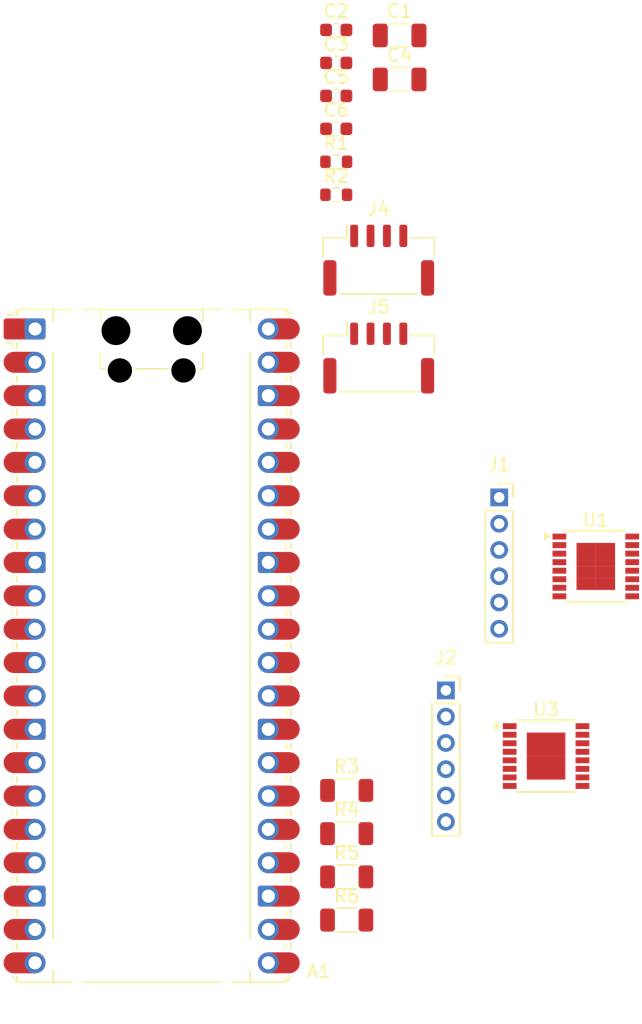
<source format=kicad_pcb>
(kicad_pcb (version 20241229) (generator "pcbnew") (generator_version "9.0")
  (layers (0 "F.Cu" signal) (2 "B.Cu" signal) (13 "F.Paste" user) (15 "B.Paste" user) (5 "F.SilkS" user "F.Silkscreen") (7 "B.SilkS" user "B.Silkscreen") (1 "F.Mask" user) (3 "B.Mask" user) (25 "Edge.Cuts" user))
  (net 0 "")
  (net 3 "Net-(A1-GPIO2)")
  (net 4 "GND")
  (net 8 "Net-(A1-GPIO26_ADC0)")
  (net 10 "Net-(A1-GPIO18)")
  (net 11 "+3.3V")
  (net 13 "Net-(A1-GPIO17)")
  (net 15 "Net-(A1-GPIO1)")
  (net 20 "Net-(A1-GPIO16)")
  (net 25 "Net-(A1-GPIO5)")
  (net 27 "Net-(A1-GPIO27_ADC1)")
  (net 29 "Net-(A1-GPIO3)")
  (net 30 "Net-(A1-GPIO4)")
  (net 31 "Net-(A1-GPIO19)")
  (net 32 "Net-(A1-GPIO0)")
  (net 33 "Net-(A1-GPIO21)")
  (net 34 "Net-(A1-GPIO20)")
  (net 35 "+12V")
  (net 36 "Net-(J1-Pin_3)")
  (net 38 "Net-(J1-Pin_6)")
  (net 39 "Net-(J1-Pin_4)")
  (net 41 "Net-(J1-Pin_1)")
  (net 42 "Net-(J2-Pin_3)")
  (net 43 "Net-(J2-Pin_4)")
  (net 44 "Net-(J2-Pin_1)")
  (net 47 "Net-(J2-Pin_6)")
  (net 48 "Net-(U1-AISEN)")
  (net 49 "Net-(U1-BISEN)")
  (net 50 "Net-(U3-BISEN)")
  (net 51 "Net-(U3-AISEN)")
  (footprint "Connector_PinSocket_2.00mm:PinSocket_1x06_P2.00mm_Vertical" (layer "F.Cu") (at 164.592 86.44)
    (property "Reference" "J1" (at 0 -2.5 0) (layer "F.SilkS"))
    (property "Value" "2MM_01x06_Socket")
    (fp_line (start -1.06 1) (end -1.06 11.06) (stroke (width 0.12)) (layer "F.SilkS"))
    (fp_line (start -1.06 1) (end 1.06 1) (stroke (width 0.12)) (layer "F.SilkS"))
    (fp_line (start -1.06 11.06) (end 1.06 11.06) (stroke (width 0.12)) (layer "F.SilkS"))
    (fp_line (start 0 -1.06) (end 1.06 -1.06) (stroke (width 0.12)) (layer "F.SilkS"))
    (fp_line (start 1.06 -1.06) (end 1.06 0) (stroke (width 0.12)) (layer "F.SilkS"))
    (fp_line (start 1.06 1) (end 1.06 11.06) (stroke (width 0.12)) (layer "F.SilkS"))
    (pad "1" thru_hole rect (at 0 0) (size 1.35 1.35) (drill 0.8) (layers "*.Cu" "*.Mask") (net 41 "Net-(J1-Pin_1)"))
    (pad "2" thru_hole oval (at 0 2) (size 1.35 1.35) (drill 0.8) (layers "*.Cu" "*.Mask"))
    (pad "3" thru_hole oval (at 0 4) (size 1.35 1.35) (drill 0.8) (layers "*.Cu" "*.Mask") (net 36 "Net-(J1-Pin_3)"))
    (pad "4" thru_hole oval (at 0 6) (size 1.35 1.35) (drill 0.8) (layers "*.Cu" "*.Mask") (net 39 "Net-(J1-Pin_4)"))
    (pad "5" thru_hole oval (at 0 8) (size 1.35 1.35) (drill 0.8) (layers "*.Cu" "*.Mask"))
    (pad "6" thru_hole oval (at 0 10) (size 1.35 1.35) (drill 0.8) (layers "*.Cu" "*.Mask") (net 38 "Net-(J1-Pin_6)"))
  )
  (footprint "Resistor_SMD:R_1206_3216Metric" (layer "F.Cu") (at 152.9695 118.618)
    (property "Reference" "R6" (at 0 -1.82 0) (layer "F.SilkS"))
    (property "Value" "0.2")
    (fp_line (start -0.727064 -0.91) (end 0.727064 -0.91) (stroke (width 0.12)) (layer "F.SilkS"))
    (fp_line (start -0.727064 0.91) (end 0.727064 0.91) (stroke (width 0.12)) (layer "F.SilkS"))
    (pad "1" smd roundrect (at -1.4625 0) (size 1.125 1.75) (layers "F.Cu" "F.Mask" "F.Paste") (roundrect_rratio 0.222222) (net 51 "Net-(U3-AISEN)"))
    (pad "2" smd roundrect (at 1.4625 0) (size 1.125 1.75) (layers "F.Cu" "F.Mask" "F.Paste") (roundrect_rratio 0.222222) (net 4 "GND"))
  )
  (footprint "Package_SO:TSSOP-16-1EP_4.4x5mm_P0.65mm" (layer "F.Cu") (at 171.958 91.694)
    (property "Reference" "U1" (at 0 -3.55 0) (layer "F.SilkS"))
    (property "Value" "DRV8848")
    (fp_line (start -2.25 -2.725) (end 2.25 -2.725) (stroke (width 0.15)) (layer "F.SilkS"))
    (fp_line (start -2.25 2.725) (end 2.25 2.725) (stroke (width 0.15)) (layer "F.SilkS"))
    (fp_poly (pts (xy -3.55 -2.275) (xy -3.88 -2.515) (xy -3.88 -2.035) (xy -3.55 -2.275)) (stroke (width 0.12)) (fill yes) (layer "F.SilkS"))
    (pad "1" smd rect (at -2.775 -2.275) (size 1.05 0.45) (layers "F.Cu" "F.Mask" "F.Paste") (net 13 "Net-(A1-GPIO17)"))
    (pad "2" smd rect (at -2.775 -1.625) (size 1.05 0.45) (layers "F.Cu" "F.Mask" "F.Paste") (net 41 "Net-(J1-Pin_1)"))
    (pad "3" smd rect (at -2.775 -0.975) (size 1.05 0.45) (layers "F.Cu" "F.Mask" "F.Paste") (net 48 "Net-(U1-AISEN)"))
    (pad "4" smd rect (at -2.775 -0.325) (size 1.05 0.45) (layers "F.Cu" "F.Mask" "F.Paste") (net 36 "Net-(J1-Pin_3)"))
    (pad "5" smd rect (at -2.775 0.325) (size 1.05 0.45) (layers "F.Cu" "F.Mask" "F.Paste") (net 38 "Net-(J1-Pin_6)"))
    (pad "6" smd rect (at -2.775 0.975) (size 1.05 0.45) (layers "F.Cu" "F.Mask" "F.Paste") (net 49 "Net-(U1-BISEN)"))
    (pad "7" smd rect (at -2.775 1.625) (size 1.05 0.45) (layers "F.Cu" "F.Mask" "F.Paste") (net 39 "Net-(J1-Pin_4)"))
    (pad "8" smd rect (at -2.775 2.275) (size 1.05 0.45) (layers "F.Cu" "F.Mask" "F.Paste") (net 20 "Net-(A1-GPIO16)"))
    (pad "9" smd rect (at 2.775 2.275) (size 1.05 0.45) (layers "F.Cu" "F.Mask" "F.Paste") (net 34 "Net-(A1-GPIO20)"))
    (pad "10" smd rect (at 2.775 1.625) (size 1.05 0.45) (layers "F.Cu" "F.Mask" "F.Paste") (net 33 "Net-(A1-GPIO21)"))
    (pad "11" smd rect (at 2.775 0.975) (size 1.05 0.45) (layers "F.Cu" "F.Mask" "F.Paste") (net 11 "+3.3V"))
    (pad "12" smd rect (at 2.775 0.325) (size 1.05 0.45) (layers "F.Cu" "F.Mask" "F.Paste") (net 35 "+12V"))
    (pad "13" smd rect (at 2.775 -0.325) (size 1.05 0.45) (layers "F.Cu" "F.Mask" "F.Paste") (net 4 "GND"))
    (pad "14" smd rect (at 2.775 -0.975) (size 1.05 0.45) (layers "F.Cu" "F.Mask" "F.Paste") (net 11 "+3.3V"))
    (pad "15" smd rect (at 2.775 -1.625) (size 1.05 0.45) (layers "F.Cu" "F.Mask" "F.Paste") (net 31 "Net-(A1-GPIO19)"))
    (pad "16" smd rect (at 2.775 -2.275) (size 1.05 0.45) (layers "F.Cu" "F.Mask" "F.Paste") (net 10 "Net-(A1-GPIO18)"))
    (pad "17" smd rect (at -0.735 -1.3425) (size 1.47 0.895) (layers "F.Cu" "F.Mask" "F.Paste") (net 4 "GND"))
    (pad "17" smd rect (at -0.735 -0.4475) (size 1.47 0.895) (layers "F.Cu" "F.Mask" "F.Paste") (net 4 "GND"))
    (pad "17" smd rect (at -0.735 0.4475) (size 1.47 0.895) (layers "F.Cu" "F.Mask" "F.Paste") (net 4 "GND"))
    (pad "17" smd rect (at -0.735 1.3425) (size 1.47 0.895) (layers "F.Cu" "F.Mask" "F.Paste") (net 4 "GND"))
    (pad "17" smd rect (at 0.735 -1.3425) (size 1.47 0.895) (layers "F.Cu" "F.Mask" "F.Paste") (net 4 "GND"))
    (pad "17" smd rect (at 0.735 -0.4475) (size 1.47 0.895) (layers "F.Cu" "F.Mask" "F.Paste") (net 4 "GND"))
    (pad "17" smd rect (at 0.735 0.4475) (size 1.47 0.895) (layers "F.Cu" "F.Mask" "F.Paste") (net 4 "GND"))
    (pad "17" smd rect (at 0.735 1.3425) (size 1.47 0.895) (layers "F.Cu" "F.Mask" "F.Paste") (net 4 "GND"))
  )
  (footprint "Capacitor_SMD:C_0603_1608Metric" (layer "F.Cu") (at 152.1695 58.378)
    (property "Reference" "C6" (at 0 -1.43 0) (layer "F.SilkS"))
    (property "Value" "2.2uF")
    (fp_line (start -0.14058 -0.51) (end 0.14058 -0.51) (stroke (width 0.12)) (layer "F.SilkS"))
    (fp_line (start -0.14058 0.51) (end 0.14058 0.51) (stroke (width 0.12)) (layer "F.SilkS"))
    (pad "1" smd roundrect (at -0.775 0) (size 0.9 0.95) (layers "F.Cu" "F.Mask" "F.Paste") (net 11 "+3.3V"))
    (pad "2" smd roundrect (at 0.775 0) (size 0.9 0.95) (layers "F.Cu" "F.Mask" "F.Paste") (net 4 "GND"))
  )
  (footprint "Resistor_SMD:R_1206_3216Metric" (layer "F.Cu") (at 152.9695 115.328)
    (property "Reference" "R5" (at 0 -1.82 0) (layer "F.SilkS"))
    (property "Value" "0.2")
    (fp_line (start -0.727064 -0.91) (end 0.727064 -0.91) (stroke (width 0.12)) (layer "F.SilkS"))
    (fp_line (start -0.727064 0.91) (end 0.727064 0.91) (stroke (width 0.12)) (layer "F.SilkS"))
    (pad "1" smd roundrect (at -1.4625 0) (size 1.125 1.75) (layers "F.Cu" "F.Mask" "F.Paste") (roundrect_rratio 0.222222) (net 50 "Net-(U3-BISEN)"))
    (pad "2" smd roundrect (at 1.4625 0) (size 1.125 1.75) (layers "F.Cu" "F.Mask" "F.Paste") (roundrect_rratio 0.222222) (net 4 "GND"))
  )
  (footprint "Resistor_SMD:R_1206_3216Metric" (layer "F.Cu") (at 152.9695 112.038)
    (property "Reference" "R4" (at 0 -1.82 0) (layer "F.SilkS"))
    (property "Value" "0.2")
    (fp_line (start -0.727064 -0.91) (end 0.727064 -0.91) (stroke (width 0.12)) (layer "F.SilkS"))
    (fp_line (start -0.727064 0.91) (end 0.727064 0.91) (stroke (width 0.12)) (layer "F.SilkS"))
    (pad "1" smd roundrect (at -1.4625 0) (size 1.125 1.75) (layers "F.Cu" "F.Mask" "F.Paste") (roundrect_rratio 0.222222) (net 49 "Net-(U1-BISEN)"))
    (pad "2" smd roundrect (at 1.4625 0) (size 1.125 1.75) (layers "F.Cu" "F.Mask" "F.Paste") (roundrect_rratio 0.222222) (net 4 "GND"))
  )
  (footprint "Module:RaspberryPi_Pico_Common_Unspecified" (layer "F.Cu") (at 138.0995 97.743)
    (property "Reference" "A1" (at 11.7475 24.765 0) (layer "F.SilkS") (effects (justify left)))
    (property "Value" "RaspberryPi_Pico")
    (fp_line (start -10.61 -23.07) (end -11.09 -23.07) (stroke (width 0.12)) (layer "F.SilkS"))
    (fp_line (start -10.61 -23.07) (end -10.61 -22.65) (stroke (width 0.12)) (layer "F.SilkS"))
    (fp_line (start -10.61 -20.53) (end -10.61 -20.11) (stroke (width 0.12)) (layer "F.SilkS"))
    (fp_line (start -10.61 -17.99) (end -10.61 -17.57) (stroke (width 0.12)) (layer "F.SilkS"))
    (fp_line (start -10.61 -15.45) (end -10.61 -15.03) (stroke (width 0.12)) (layer "F.SilkS"))
    (fp_line (start -10.61 -12.91) (end -10.61 -12.49) (stroke (width 0.12)) (layer "F.SilkS"))
    (fp_line (start -10.61 -10.37) (end -10.61 -9.95) (stroke (width 0.12)) (layer "F.SilkS"))
    (fp_line (start -10.61 -7.83) (end -10.61 -7.41) (stroke (width 0.12)) (layer "F.SilkS"))
    (fp_line (start -10.61 -5.29) (end -10.61 -4.87) (stroke (width 0.12)) (layer "F.SilkS"))
    (fp_line (start -10.61 -2.75) (end -10.61 -2.33) (stroke (width 0.12)) (layer "F.SilkS"))
    (fp_line (start -10.61 -0.21) (end -10.61 0.21) (stroke (width 0.12)) (layer "F.SilkS"))
    (fp_line (start -10.61 2.33) (end -10.61 2.75) (stroke (width 0.12)) (layer "F.SilkS"))
    (fp_line (start -10.61 4.87) (end -10.61 5.29) (stroke (width 0.12)) (layer "F.SilkS"))
    (fp_line (start -10.61 7.41) (end -10.61 7.83) (stroke (width 0.12)) (layer "F.SilkS"))
    (fp_line (start -10.61 9.95) (end -10.61 10.37) (stroke (width 0.12)) (layer "F.SilkS"))
    (fp_line (start -10.61 12.49) (end -10.61 12.91) (stroke (width 0.12)) (layer "F.SilkS"))
    (fp_line (start -10.61 15.03) (end -10.61 15.45) (stroke (width 0.12)) (layer "F.SilkS"))
    (fp_line (start -10.61 17.57) (end -10.61 17.99) (stroke (width 0.12)) (layer "F.SilkS"))
    (fp_line (start -10.61 20.11) (end -10.61 20.53) (stroke (width 0.12)) (layer "F.SilkS"))
    (fp_line (start -10.61 22.65) (end -10.61 23.07) (stroke (width 0.12)) (layer "F.SilkS"))
    (fp_line (start -10.579676 -25.19) (end -11.09 -25.19) (stroke (width 0.12)) (layer "F.SilkS"))
    (fp_line (start -10.27 -25.189937) (end -10.27 -25.547) (stroke (width 0.12)) (layer "F.SilkS"))
    (fp_line (start -10.27 -23.07) (end -10.27 -22.65) (stroke (width 0.12)) (layer "F.SilkS"))
    (fp_line (start -10.27 -20.53) (end -10.27 -20.11) (stroke (width 0.12)) (layer "F.SilkS"))
    (fp_line (start -10.27 -17.99) (end -10.27 -17.57) (stroke (width 0.12)) (layer "F.SilkS"))
    (fp_line (start -10.27 -15.45) (end -10.27 -15.03) (stroke (width 0.12)) (layer "F.SilkS"))
    (fp_line (start -10.27 -12.91) (end -10.27 -12.49) (stroke (width 0.12)) (layer "F.SilkS"))
    (fp_line (start -10.27 -10.37) (end -10.27 -9.95) (stroke (width 0.12)) (layer "F.SilkS"))
    (fp_line (start -10.27 -7.83) (end -10.27 -7.41) (stroke (width 0.12)) (layer "F.SilkS"))
    (fp_line (start -10.27 -5.29) (end -10.27 -4.87) (stroke (width 0.12)) (layer "F.SilkS"))
    (fp_line (start -10.27 -2.75) (end -10.27 -2.33) (stroke (width 0.12)) (layer "F.SilkS"))
    (fp_line (start -10.27 -0.21) (end -10.27 0.21) (stroke (width 0.12)) (layer "F.SilkS"))
    (fp_line (start -10.27 2.33) (end -10.27 2.75) (stroke (width 0.12)) (layer "F.SilkS"))
    (fp_line (start -10.27 4.87) (end -10.27 5.29) (stroke (width 0.12)) (layer "F.SilkS"))
    (fp_line (start -10.27 7.41) (end -10.27 7.83) (stroke (width 0.12)) (layer "F.SilkS"))
    (fp_line (start -10.27 9.95) (end -10.27 10.37) (stroke (width 0.12)) (layer "F.SilkS"))
    (fp_line (start -10.27 12.49) (end -10.27 12.91) (stroke (width 0.12)) (layer "F.SilkS"))
    (fp_line (start -10.27 15.03) (end -10.27 15.45) (stroke (width 0.12)) (layer "F.SilkS"))
    (fp_line (start -10.27 17.57) (end -10.27 17.99) (stroke (width 0.12)) (layer "F.SilkS"))
    (fp_line (start -10.27 20.11) (end -10.27 20.53) (stroke (width 0.12)) (layer "F.SilkS"))
    (fp_line (start -10.27 22.65) (end -10.27 23.07) (stroke (width 0.12)) (layer "F.SilkS"))
    (fp_line (start -10.27 25.189937) (end -10.27 25.547) (stroke (width 0.12)) (layer "F.SilkS"))
    (fp_line (start -10 -25.61) (end -7.51 -25.61) (stroke (width 0.12)) (layer "F.SilkS"))
    (fp_line (start -10 25.61) (end -6.162061 25.61) (stroke (width 0.12)) (layer "F.SilkS"))
    (fp_line (start -7.51 -25.61) (end -7.51 -24.69648) (stroke (width 0.12)) (layer "F.SilkS"))
    (fp_line (start -7.51 -25.61) (end -6.16206 -25.61) (stroke (width 0.12)) (layer "F.SilkS"))
    (fp_line (start -7.51 -22.30352) (end -7.51 22.30352) (stroke (width 0.12)) (layer "F.SilkS"))
    (fp_line (start -7.51 24.69648) (end -7.51 25.61) (stroke (width 0.12)) (layer "F.SilkS"))
    (fp_line (start -5.237939 -25.61) (end -4.235 -25.61) (stroke (width 0.12)) (layer "F.SilkS"))
    (fp_line (start -4.235 -25.61) (end 4.235 -25.61) (stroke (width 0.12)) (layer "F.SilkS"))
    (fp_line (start -3.9 -25.61) (end -3.9 -24.694) (stroke (width 0.12)) (layer "F.SilkS"))
    (fp_line (start -3.9 -22.306) (end -3.9 -21.09) (stroke (width 0.12)) (layer "F.SilkS"))
    (fp_line (start -3.9 -21.09) (end -3.60391 -21.09) (stroke (width 0.12)) (layer "F.SilkS"))
    (fp_line (start -3.6 25.61) (end -5.237939 25.61) (stroke (width 0.12)) (layer "F.SilkS"))
    (fp_line (start -1.24609 -21.09) (end 1.24609 -21.09) (stroke (width 0.12)) (layer "F.SilkS"))
    (fp_line (start 3.6 25.61) (end -3.6 25.61) (stroke (width 0.12)) (layer "F.SilkS"))
    (fp_line (start 3.60391 -21.09) (end 3.9 -21.09) (stroke (width 0.12)) (layer "F.SilkS"))
    (fp_line (start 3.9 -25.61) (end 3.9 -24.694) (stroke (width 0.12)) (layer "F.SilkS"))
    (fp_line (start 3.9 -22.306) (end 3.9 -21.09) (stroke (width 0.12)) (layer "F.SilkS"))
    (fp_line (start 4.235 -25.61) (end 5.237939 -25.61) (stroke (width 0.12)) (layer "F.SilkS"))
    (fp_line (start 5.237939 25.61) (end 3.6 25.61) (stroke (width 0.12)) (layer "F.SilkS"))
    (fp_line (start 6.162061 -25.61) (end 7.51 -25.61) (stroke (width 0.12)) (layer "F.SilkS"))
    (fp_line (start 6.162061 25.61) (end 10 25.61) (stroke (width 0.12)) (layer "F.SilkS"))
    (fp_line (start 7.51 -25.61) (end 7.51 -24.69648) (stroke (width 0.12)) (layer "F.SilkS"))
    (fp_line (start 7.51 -22.30352) (end 7.51 22.30352) (stroke (width 0.12)) (layer "F.SilkS"))
    (fp_line (start 7.51 24.69648) (end 7.51 25.61) (stroke (width 0.12)) (layer "F.SilkS"))
    (fp_line (start 10 -25.61) (end 7.51 -25.61) (stroke (width 0.12)) (layer "F.SilkS"))
    (fp_line (start 10.27 -25.189937) (end 10.27 -25.547) (stroke (width 0.12)) (layer "F.SilkS"))
    (fp_line (start 10.27 -23.07) (end 10.27 -22.65) (stroke (width 0.12)) (layer "F.SilkS"))
    (fp_line (start 10.27 -20.53) (end 10.27 -20.11) (stroke (width 0.12)) (layer "F.SilkS"))
    (fp_line (start 10.27 -17.99) (end 10.27 -17.57) (stroke (width 0.12)) (layer "F.SilkS"))
    (fp_line (start 10.27 -15.45) (end 10.27 -15.03) (stroke (width 0.12)) (layer "F.SilkS"))
    (fp_line (start 10.27 -12.91) (end 10.27 -12.49) (stroke (width 0.12)) (layer "F.SilkS"))
    (fp_line (start 10.27 -10.37) (end 10.27 -9.95) (stroke (width 0.12)) (layer "F.SilkS"))
    (fp_line (start 10.27 -7.83) (end 10.27 -7.41) (stroke (width 0.12)) (layer "F.SilkS"))
    (fp_line (start 10.27 -5.29) (end 10.27 -4.87) (stroke (width 0.12)) (layer "F.SilkS"))
    (fp_line (start 10.27 -2.75) (end 10.27 -2.33) (stroke (width 0.12)) (layer "F.SilkS"))
    (fp_line (start 10.27 -0.21) (end 10.27 0.21) (stroke (width 0.12)) (layer "F.SilkS"))
    (fp_line (start 10.27 2.33) (end 10.27 2.75) (stroke (width 0.12)) (layer "F.SilkS"))
    (fp_line (start 10.27 4.87) (end 10.27 5.29) (stroke (width 0.12)) (layer "F.SilkS"))
    (fp_line (start 10.27 7.41) (end 10.27 7.83) (stroke (width 0.12)) (layer "F.SilkS"))
    (fp_line (start 10.27 9.95) (end 10.27 10.37) (stroke (width 0.12)) (layer "F.SilkS"))
    (fp_line (start 10.27 12.49) (end 10.27 12.91) (stroke (width 0.12)) (layer "F.SilkS"))
    (fp_line (start 10.27 15.03) (end 10.27 15.45) (stroke (width 0.12)) (layer "F.SilkS"))
    (fp_line (start 10.27 17.57) (end 10.27 17.99) (stroke (width 0.12)) (layer "F.SilkS"))
    (fp_line (start 10.27 20.11) (end 10.27 20.53) (stroke (width 0.12)) (layer "F.SilkS"))
    (fp_line (start 10.27 22.65) (end 10.27 23.07) (stroke (width 0.12)) (layer "F.SilkS"))
    (fp_line (start 10.27 25.189937) (end 10.27 25.547) (stroke (width 0.12)) (layer "F.SilkS"))
    (fp_line (start 10.61 -23.07) (end 10.61 -22.65) (stroke (width 0.12)) (layer "F.SilkS"))
    (fp_line (start 10.61 -20.53) (end 10.61 -20.11) (stroke (width 0.12)) (layer "F.SilkS"))
    (fp_line (start 10.61 -17.99) (end 10.61 -17.57) (stroke (width 0.12)) (layer "F.SilkS"))
    (fp_line (start 10.61 -15.45) (end 10.61 -15.03) (stroke (width 0.12)) (layer "F.SilkS"))
    (fp_line (start 10.61 -12.91) (end 10.61 -12.49) (stroke (width 0.12)) (layer "F.SilkS"))
    (fp_line (start 10.61 -10.37) (end 10.61 -9.95) (stroke (width 0.12)) (layer "F.SilkS"))
    (fp_line (start 10.61 -7.83) (end 10.61 -7.41) (stroke (width 0.12)) (layer "F.SilkS"))
    (fp_line (start 10.61 -5.29) (end 10.61 -4.87) (stroke (width 0.12)) (layer "F.SilkS"))
    (fp_line (start 10.61 -2.75) (end 10.61 -2.33) (stroke (width 0.12)) (layer "F.SilkS"))
    (fp_line (start 10.61 -0.21) (end 10.61 0.21) (stroke (width 0.12)) (layer "F.SilkS"))
    (fp_line (start 10.61 2.33) (end 10.61 2.75) (stroke (width 0.12)) (layer "F.SilkS"))
    (fp_line (start 10.61 4.87) (end 10.61 5.29) (stroke (width 0.12)) (layer "F.SilkS"))
    (fp_line (start 10.61 7.41) (end 10.61 7.83) (stroke (width 0.12)) (layer "F.SilkS"))
    (fp_line (start 10.61 9.95) (end 10.61 10.37) (stroke (width 0.12)) (layer "F.SilkS"))
    (fp_line (start 10.61 12.49) (end 10.61 12.91) (stroke (width 0.12)) (layer "F.SilkS"))
    (fp_line (start 10.61 15.03) (end 10.61 15.45) (stroke (width 0.12)) (layer "F.SilkS"))
    (fp_line (start 10.61 17.57) (end 10.61 17.99) (stroke (width 0.12)) (layer "F.SilkS"))
    (fp_line (start 10.61 20.11) (end 10.61 20.53) (stroke (width 0.12)) (layer "F.SilkS"))
    (fp_line (start 10.61 22.65) (end 10.61 23.07) (stroke (width 0.12)) (layer "F.SilkS"))
    (fp_arc (start -10.579676 -25.19) (mid -10.357938 -25.493944) (end -10 -25.61) (stroke (width 0.12)) (layer "F.SilkS"))
    (fp_arc (start -10 25.61) (mid -10.357937 25.493944) (end -10.579676 25.189937) (stroke (width 0.12)) (layer "F.SilkS"))
    (fp_arc (start 10 -25.61) (mid 10.357937 -25.493944) (end 10.579676 -25.189937) (stroke (width 0.12)) (layer "F.SilkS"))
    (fp_arc (start 10.579676 25.189937) (mid 10.357946 25.493957) (end 10 25.61) (stroke (width 0.12)) (layer "F.SilkS"))
    (pad "" np_thru_hole circle (at -2.725 -24) (size 2.2 2.2) (drill 2.2) (layers "*.Mask"))
    (pad "" np_thru_hole circle (at -2.425 -20.97) (size 1.85 1.85) (drill 1.85) (layers "*.Mask"))
    (pad "" np_thru_hole circle (at 2.425 -20.97) (size 1.85 1.85) (drill 1.85) (layers "*.Mask"))
    (pad "" np_thru_hole circle (at 2.725 -24) (size 2.2 2.2) (drill 2.2) (layers "*.Mask"))
    (pad "1" smd custom (at -9.69 -24.13) (size 1.6 0.8) (layers "F.Cu" "F.Mask") (net 32 "Net-(A1-GPIO0)") (options (clearance outline) (anchor rect)) (primitives (gr_circle (center 0.8 0) (end 1.6 0) (width 0) (fill yes)) (gr_poly (pts (xy -1.6 -0.6) (xy -1.6 0.6) (xy -1.4 0.8) (xy 0.8 0.8) (xy 0.8 -0.8) (xy -1.4 -0.8)) (width 0) (fill yes)) (gr_circle (center -1.4 -0.6) (end -1.2 -0.6) (width 0) (fill yes)) (gr_circle (center -1.4 0.6) (end -1.2 0.6) (width 0) (fill yes))))
    (pad "1" thru_hole roundrect (at -8.89 -24.13) (size 1.6 1.6) (drill 1) (layers "*.Cu" "*.Mask") (roundrect_rratio 0.125) (net 32 "Net-(A1-GPIO0)"))
    (pad "2" smd roundrect (at -9.69 -21.59) (size 3.2 1.6) (layers "F.Cu" "F.Mask") (roundrect_rratio 0.5) (net 15 "Net-(A1-GPIO1)"))
    (pad "2" thru_hole circle (at -8.89 -21.59) (size 1.6 1.6) (drill 1) (layers "*.Cu" "*.Mask") (net 15 "Net-(A1-GPIO1)"))
    (pad "3" smd custom (at -9.69 -19.05) (size 1.6 0.8) (layers "F.Cu" "F.Mask") (net 4 "GND") (options (clearance outline) (anchor rect)) (primitives (gr_circle (center -0.8 0) (end 0 0) (width 0) (fill yes)) (gr_poly (pts (xy 1.6 -0.6) (xy 1.6 0.6) (xy 1.4 0.8) (xy -0.8 0.8) (xy -0.8 -0.8) (xy 1.4 -0.8)) (width 0) (fill yes)) (gr_circle (center 1.4 -0.6) (end 1.6 -0.6) (width 0) (fill yes)) (gr_circle (center 1.4 0.6) (end 1.6 0.6) (width 0) (fill yes))))
    (pad "3" thru_hole custom (at -8.89 -19.05) (size 1.6 1.6) (drill 1) (layers "*.Cu" "*.Mask") (net 4 "GND") (options (clearance outline) (anchor circle)) (primitives (gr_poly (pts (xy 0.8 0.6) (xy 0.8 -0.6) (xy 0.6 -0.8) (xy 0 -0.8) (xy 0 0.8) (xy 0.6 0.8)) (width 0) (fill yes)) (gr_circle (center 0.6 0.6) (end 0.8 0.6) (width 0) (fill yes)) (gr_circle (center 0.6 -0.6) (end 0.8 -0.6) (width 0) (fill yes))))
    (pad "4" smd roundrect (at -9.69 -16.51) (size 3.2 1.6) (layers "F.Cu" "F.Mask") (roundrect_rratio 0.5) (net 3 "Net-(A1-GPIO2)"))
    (pad "4" thru_hole circle (at -8.89 -16.51) (size 1.6 1.6) (drill 1) (layers "*.Cu" "*.Mask") (net 3 "Net-(A1-GPIO2)"))
    (pad "5" smd roundrect (at -9.69 -13.97) (size 3.2 1.6) (layers "F.Cu" "F.Mask") (roundrect_rratio 0.5) (net 29 "Net-(A1-GPIO3)"))
    (pad "5" thru_hole circle (at -8.89 -13.97) (size 1.6 1.6) (drill 1) (layers "*.Cu" "*.Mask") (net 29 "Net-(A1-GPIO3)"))
    (pad "6" smd roundrect (at -9.69 -11.43) (size 3.2 1.6) (layers "F.Cu" "F.Mask") (roundrect_rratio 0.5) (net 30 "Net-(A1-GPIO4)"))
    (pad "6" thru_hole circle (at -8.89 -11.43) (size 1.6 1.6) (drill 1) (layers "*.Cu" "*.Mask") (net 30 "Net-(A1-GPIO4)"))
    (pad "7" smd roundrect (at -9.69 -8.89) (size 3.2 1.6) (layers "F.Cu" "F.Mask") (roundrect_rratio 0.5) (net 25 "Net-(A1-GPIO5)"))
    (pad "7" thru_hole circle (at -8.89 -8.89) (size 1.6 1.6) (drill 1) (layers "*.Cu" "*.Mask") (net 25 "Net-(A1-GPIO5)"))
    (pad "8" smd custom (at -9.69 -6.35) (size 1.6 0.8) (layers "F.Cu" "F.Mask") (net 4 "GND") (options (clearance outline) (anchor rect)) (primitives (gr_circle (center -0.8 0) (end 0 0) (width 0) (fill yes)) (gr_poly (pts (xy 1.6 -0.6) (xy 1.6 0.6) (xy 1.4 0.8) (xy -0.8 0.8) (xy -0.8 -0.8) (xy 1.4 -0.8)) (width 0) (fill yes)) (gr_circle (center 1.4 -0.6) (end 1.6 -0.6) (width 0) (fill yes)) (gr_circle (center 1.4 0.6) (end 1.6 0.6) (width 0) (fill yes))))
    (pad "8" thru_hole custom (at -8.89 -6.35) (size 1.6 1.6) (drill 1) (layers "*.Cu" "*.Mask") (net 4 "GND") (options (clearance outline) (anchor circle)) (primitives (gr_poly (pts (xy 0.8 0.6) (xy 0.8 -0.6) (xy 0.6 -0.8) (xy 0 -0.8) (xy 0 0.8) (xy 0.6 0.8)) (width 0) (fill yes)) (gr_circle (center 0.6 0.6) (end 0.8 0.6) (width 0) (fill yes)) (gr_circle (center 0.6 -0.6) (end 0.8 -0.6) (width 0) (fill yes))))
    (pad "9" smd roundrect (at -9.69 -3.81) (size 3.2 1.6) (layers "F.Cu" "F.Mask") (roundrect_rratio 0.5))
    (pad "9" thru_hole circle (at -8.89 -3.81) (size 1.6 1.6) (drill 1) (layers "*.Cu" "*.Mask"))
    (pad "10" smd roundrect (at -9.69 -1.27) (size 3.2 1.6) (layers "F.Cu" "F.Mask") (roundrect_rratio 0.5))
    (pad "10" thru_hole circle (at -8.89 -1.27) (size 1.6 1.6) (drill 1) (layers "*.Cu" "*.Mask"))
    (pad "11" smd roundrect (at -9.69 1.27) (size 3.2 1.6) (layers "F.Cu" "F.Mask") (roundrect_rratio 0.5))
    (pad "11" thru_hole circle (at -8.89 1.27) (size 1.6 1.6) (drill 1) (layers "*.Cu" "*.Mask"))
    (pad "12" smd roundrect (at -9.69 3.81) (size 3.2 1.6) (layers "F.Cu" "F.Mask") (roundrect_rratio 0.5))
    (pad "12" thru_hole circle (at -8.89 3.81) (size 1.6 1.6) (drill 1) (layers "*.Cu" "*.Mask"))
    (pad "13" smd custom (at -9.69 6.35) (size 1.6 0.8) (layers "F.Cu" "F.Mask") (net 4 "GND") (options (clearance outline) (anchor rect)) (primitives (gr_circle (center -0.8 0) (end 0 0) (width 0) (fill yes)) (gr_poly (pts (xy 1.6 -0.6) (xy 1.6 0.6) (xy 1.4 0.8) (xy -0.8 0.8) (xy -0.8 -0.8) (xy 1.4 -0.8)) (width 0) (fill yes)) (gr_circle (center 1.4 -0.6) (end 1.6 -0.6) (width 0) (fill yes)) (gr_circle (center 1.4 0.6) (end 1.6 0.6) (width 0) (fill yes))))
    (pad "13" thru_hole custom (at -8.89 6.35) (size 1.6 1.6) (drill 1) (layers "*.Cu" "*.Mask") (net 4 "GND") (options (clearance outline) (anchor circle)) (primitives (gr_poly (pts (xy 0.8 0.6) (xy 0.8 -0.6) (xy 0.6 -0.8) (xy 0 -0.8) (xy 0 0.8) (xy 0.6 0.8)) (width 0) (fill yes)) (gr_circle (center 0.6 0.6) (end 0.8 0.6) (width 0) (fill yes)) (gr_circle (center 0.6 -0.6) (end 0.8 -0.6) (width 0) (fill yes))))
    (pad "14" smd roundrect (at -9.69 8.89) (size 3.2 1.6) (layers "F.Cu" "F.Mask") (roundrect_rratio 0.5))
    (pad "14" thru_hole circle (at -8.89 8.89) (size 1.6 1.6) (drill 1) (layers "*.Cu" "*.Mask"))
    (pad "15" smd roundrect (at -9.69 11.43) (size 3.2 1.6) (layers "F.Cu" "F.Mask") (roundrect_rratio 0.5))
    (pad "15" thru_hole circle (at -8.89 11.43) (size 1.6 1.6) (drill 1) (layers "*.Cu" "*.Mask"))
    (pad "16" smd roundrect (at -9.69 13.97) (size 3.2 1.6) (layers "F.Cu" "F.Mask") (roundrect_rratio 0.5))
    (pad "16" thru_hole circle (at -8.89 13.97) (size 1.6 1.6) (drill 1) (layers "*.Cu" "*.Mask"))
    (pad "17" smd roundrect (at -9.69 16.51) (size 3.2 1.6) (layers "F.Cu" "F.Mask") (roundrect_rratio 0.5))
    (pad "17" thru_hole circle (at -8.89 16.51) (size 1.6 1.6) (drill 1) (layers "*.Cu" "*.Mask"))
    (pad "18" smd custom (at -9.69 19.05) (size 1.6 0.8) (layers "F.Cu" "F.Mask") (net 4 "GND") (options (clearance outline) (anchor rect)) (primitives (gr_circle (center -0.8 0) (end 0 0) (width 0) (fill yes)) (gr_poly (pts (xy 1.6 -0.6) (xy 1.6 0.6) (xy 1.4 0.8) (xy -0.8 0.8) (xy -0.8 -0.8) (xy 1.4 -0.8)) (width 0) (fill yes)) (gr_circle (center 1.4 -0.6) (end 1.6 -0.6) (width 0) (fill yes)) (gr_circle (center 1.4 0.6) (end 1.6 0.6) (width 0) (fill yes))))
    (pad "18" thru_hole custom (at -8.89 19.05) (size 1.6 1.6) (drill 1) (layers "*.Cu" "*.Mask") (net 4 "GND") (options (clearance outline) (anchor circle)) (primitives (gr_poly (pts (xy 0.8 0.6) (xy 0.8 -0.6) (xy 0.6 -0.8) (xy 0 -0.8) (xy 0 0.8) (xy 0.6 0.8)) (width 0) (fill yes)) (gr_circle (center 0.6 0.6) (end 0.8 0.6) (width 0) (fill yes)) (gr_circle (center 0.6 -0.6) (end 0.8 -0.6) (width 0) (fill yes))))
    (pad "19" smd roundrect (at -9.69 21.59) (size 3.2 1.6) (layers "F.Cu" "F.Mask") (roundrect_rratio 0.5))
    (pad "19" thru_hole circle (at -8.89 21.59) (size 1.6 1.6) (drill 1) (layers "*.Cu" "*.Mask"))
    (pad "20" smd roundrect (at -9.69 24.13) (size 3.2 1.6) (layers "F.Cu" "F.Mask") (roundrect_rratio 0.5))
    (pad "20" thru_hole circle (at -8.89 24.13) (size 1.6 1.6) (drill 1) (layers "*.Cu" "*.Mask"))
    (pad "21" thru_hole circle (at 8.89 24.13) (size 1.6 1.6) (drill 1) (layers "*.Cu" "*.Mask") (net 20 "Net-(A1-GPIO16)"))
    (pad "21" smd roundrect (at 9.69 24.13) (size 3.2 1.6) (layers "F.Cu" "F.Mask") (roundrect_rratio 0.5) (net 20 "Net-(A1-GPIO16)"))
    (pad "22" thru_hole circle (at 8.89 21.59) (size 1.6 1.6) (drill 1) (layers "*.Cu" "*.Mask") (net 13 "Net-(A1-GPIO17)"))
    (pad "22" smd roundrect (at 9.69 21.59) (size 3.2 1.6) (layers "F.Cu" "F.Mask") (roundrect_rratio 0.5) (net 13 "Net-(A1-GPIO17)"))
    (pad "23" thru_hole custom (at 8.89 19.05) (size 1.6 1.6) (drill 1) (layers "*.Cu" "*.Mask") (net 4 "GND") (options (clearance outline) (anchor circle)) (primitives (gr_poly (pts (xy -0.8 0.6) (xy -0.8 -0.6) (xy -0.6 -0.8) (xy 0 -0.8) (xy 0 0.8) (xy -0.6 0.8)) (width 0) (fill yes)) (gr_circle (center -0.6 0.6) (end -0.4 0.6) (width 0) (fill yes)) (gr_circle (center -0.6 -0.6) (end -0.4 -0.6) (width 0) (fill yes))))
    (pad "23" smd custom (at 9.69 19.05) (size 1.6 0.8) (layers "F.Cu" "F.Mask") (net 4 "GND") (options (clearance outline) (anchor rect)) (primitives (gr_circle (center 0.8 0) (end 1.6 0) (width 0) (fill yes)) (gr_poly (pts (xy -1.6 -0.6) (xy -1.6 0.6) (xy -1.4 0.8) (xy 0.8 0.8) (xy 0.8 -0.8) (xy -1.4 -0.8)) (width 0) (fill yes)) (gr_circle (center -1.4 -0.6) (end -1.2 -0.6) (width 0) (fill yes)) (gr_circle (center -1.4 0.6) (end -1.2 0.6) (width 0) (fill yes))))
    (pad "24" thru_hole circle (at 8.89 16.51) (size 1.6 1.6) (drill 1) (layers "*.Cu" "*.Mask") (net 10 "Net-(A1-GPIO18)"))
    (pad "24" smd roundrect (at 9.69 16.51) (size 3.2 1.6) (layers "F.Cu" "F.Mask") (roundrect_rratio 0.5) (net 10 "Net-(A1-GPIO18)"))
    (pad "25" thru_hole circle (at 8.89 13.97) (size 1.6 1.6) (drill 1) (layers "*.Cu" "*.Mask") (net 31 "Net-(A1-GPIO19)"))
    (pad "25" smd roundrect (at 9.69 13.97) (size 3.2 1.6) (layers "F.Cu" "F.Mask") (roundrect_rratio 0.5) (net 31 "Net-(A1-GPIO19)"))
    (pad "26" thru_hole circle (at 8.89 11.43) (size 1.6 1.6) (drill 1) (layers "*.Cu" "*.Mask") (net 34 "Net-(A1-GPIO20)"))
    (pad "26" smd roundrect (at 9.69 11.43) (size 3.2 1.6) (layers "F.Cu" "F.Mask") (roundrect_rratio 0.5) (net 34 "Net-(A1-GPIO20)"))
    (pad "27" thru_hole circle (at 8.89 8.89) (size 1.6 1.6) (drill 1) (layers "*.Cu" "*.Mask") (net 33 "Net-(A1-GPIO21)"))
    (pad "27" smd roundrect (at 9.69 8.89) (size 3.2 1.6) (layers "F.Cu" "F.Mask") (roundrect_rratio 0.5) (net 33 "Net-(A1-GPIO21)"))
    (pad "28" thru_hole custom (at 8.89 6.35) (size 1.6 1.6) (drill 1) (layers "*.Cu" "*.Mask") (net 4 "GND") (options (clearance outline) (anchor circle)) (primitives (gr_poly (pts (xy -0.8 0.6) (xy -0.8 -0.6) (xy -0.6 -0.8) (xy 0 -0.8) (xy 0 0.8) (xy -0.6 0.8)) (width 0) (fill yes)) (gr_circle (center -0.6 0.6) (end -0.4 0.6) (width 0) (fill yes)) (gr_circle (center -0.6 -0.6) (end -0.4 -0.6) (width 0) (fill yes))))
    (pad "28" smd custom (at 9.69 6.35) (size 1.6 0.8) (layers "F.Cu" "F.Mask") (net 4 "GND") (options (clearance outline) (anchor rect)) (primitives (gr_circle (center 0.8 0) (end 1.6 0) (width 0) (fill yes)) (gr_poly (pts (xy -1.6 -0.6) (xy -1.6 0.6) (xy -1.4 0.8) (xy 0.8 0.8) (xy 0.8 -0.8) (xy -1.4 -0.8)) (width 0) (fill yes)) (gr_circle (center -1.4 -0.6) (end -1.2 -0.6) (width 0) (fill yes)) (gr_circle (center -1.4 0.6) (end -1.2 0.6) (width 0) (fill yes))))
    (pad "29" thru_hole circle (at 8.89 3.81) (size 1.6 1.6) (drill 1) (layers "*.Cu" "*.Mask"))
    (pad "29" smd roundrect (at 9.69 3.81) (size 3.2 1.6) (layers "F.Cu" "F.Mask") (roundrect_rratio 0.5))
    (pad "30" thru_hole circle (at 8.89 1.27) (size 1.6 1.6) (drill 1) (layers "*.Cu" "*.Mask"))
    (pad "30" smd roundrect (at 9.69 1.27) (size 3.2 1.6) (layers "F.Cu" "F.Mask") (roundrect_rratio 0.5))
    (pad "31" thru_hole circle (at 8.89 -1.27) (size 1.6 1.6) (drill 1) (layers "*.Cu" "*.Mask") (net 8 "Net-(A1-GPIO26_ADC0)"))
    (pad "31" smd roundrect (at 9.69 -1.27) (size 3.2 1.6) (layers "F.Cu" "F.Mask") (roundrect_rratio 0.5) (net 8 "Net-(A1-GPIO26_ADC0)"))
    (pad "32" thru_hole circle (at 8.89 -3.81) (size 1.6 1.6) (drill 1) (layers "*.Cu" "*.Mask") (net 27 "Net-(A1-GPIO27_ADC1)"))
    (pad "32" smd roundrect (at 9.69 -3.81) (size 3.2 1.6) (layers "F.Cu" "F.Mask") (roundrect_rratio 0.5) (net 27 "Net-(A1-GPIO27_ADC1)"))
    (pad "33" thru_hole custom (at 8.89 -6.35) (size 1.6 1.6) (drill 1) (layers "*.Cu" "*.Mask") (options (clearance outline) (anchor circle)) (primitives (gr_poly (pts (xy -0.8 0.6) (xy -0.8 -0.6) (xy -0.6 -0.8) (xy 0 -0.8) (xy 0 0.8) (xy -0.6 0.8)) (width 0) (fill yes)) (gr_circle (center -0.6 0.6) (end -0.4 0.6) (width 0) (fill yes)) (gr_circle (center -0.6 -0.6) (end -0.4 -0.6) (width 0) (fill yes))))
    (pad "33" smd custom (at 9.69 -6.35) (size 1.6 0.8) (layers "F.Cu" "F.Mask") (options (clearance outline) (anchor rect)) (primitives (gr_circle (center 0.8 0) (end 1.6 0) (width 0) (fill yes)) (gr_poly (pts (xy -1.6 -0.6) (xy -1.6 0.6) (xy -1.4 0.8) (xy 0.8 0.8) (xy 0.8 -0.8) (xy -1.4 -0.8)) (width 0) (fill yes)) (gr_circle (center -1.4 -0.6) (end -1.2 -0.6) (width 0) (fill yes)) (gr_circle (center -1.4 0.6) (end -1.2 0.6) (width 0) (fill yes))))
    (pad "34" thru_hole circle (at 8.89 -8.89) (size 1.6 1.6) (drill 1) (layers "*.Cu" "*.Mask"))
    (pad "34" smd roundrect (at 9.69 -8.89) (size 3.2 1.6) (layers "F.Cu" "F.Mask") (roundrect_rratio 0.5))
    (pad "35" thru_hole circle (at 8.89 -11.43) (size 1.6 1.6) (drill 1) (layers "*.Cu" "*.Mask"))
    (pad "35" smd roundrect (at 9.69 -11.43) (size 3.2 1.6) (layers "F.Cu" "F.Mask") (roundrect_rratio 0.5))
    (pad "36" thru_hole circle (at 8.89 -13.97) (size 1.6 1.6) (drill 1) (layers "*.Cu" "*.Mask") (net 11 "+3.3V"))
    (pad "36" smd roundrect (at 9.69 -13.97) (size 3.2 1.6) (layers "F.Cu" "F.Mask") (roundrect_rratio 0.5) (net 11 "+3.3V"))
    (pad "37" thru_hole circle (at 8.89 -16.51) (size 1.6 1.6) (drill 1) (layers "*.Cu" "*.Mask"))
    (pad "37" smd roundrect (at 9.69 -16.51) (size 3.2 1.6) (layers "F.Cu" "F.Mask") (roundrect_rratio 0.5))
    (pad "38" thru_hole custom (at 8.89 -19.05) (size 1.6 1.6) (drill 1) (layers "*.Cu" "*.Mask") (net 4 "GND") (options (clearance outline) (anchor circle)) (primitives (gr_poly (pts (xy -0.8 0.6) (xy -0.8 -0.6) (xy -0.6 -0.8) (xy 0 -0.8) (xy 0 0.8) (xy -0.6 0.8)) (width 0) (fill yes)) (gr_circle (center -0.6 0.6) (end -0.4 0.6) (width 0) (fill yes)) (gr_circle (center -0.6 -0.6) (end -0.4 -0.6) (width 0) (fill yes))))
    (pad "38" smd custom (at 9.69 -19.05) (size 1.6 0.8) (layers "F.Cu" "F.Mask") (net 4 "GND") (options (clearance outline) (anchor rect)) (primitives (gr_circle (center 0.8 0) (end 1.6 0) (width 0) (fill yes)) (gr_poly (pts (xy -1.6 -0.6) (xy -1.6 0.6) (xy -1.4 0.8) (xy 0.8 0.8) (xy 0.8 -0.8) (xy -1.4 -0.8)) (width 0) (fill yes)) (gr_circle (center -1.4 -0.6) (end -1.2 -0.6) (width 0) (fill yes)) (gr_circle (center -1.4 0.6) (end -1.2 0.6) (width 0) (fill yes))))
    (pad "39" thru_hole circle (at 8.89 -21.59) (size 1.6 1.6) (drill 1) (layers "*.Cu" "*.Mask"))
    (pad "39" smd roundrect (at 9.69 -21.59) (size 3.2 1.6) (layers "F.Cu" "F.Mask") (roundrect_rratio 0.5))
    (pad "40" thru_hole circle (at 8.89 -24.13) (size 1.6 1.6) (drill 1) (layers "*.Cu" "*.Mask"))
    (pad "40" smd roundrect (at 9.69 -24.13) (size 3.2 1.6) (layers "F.Cu" "F.Mask") (roundrect_rratio 0.5))
  )
  (footprint "Capacitor_SMD:C_0603_1608Metric" (layer "F.Cu") (at 152.1695 55.868)
    (property "Reference" "C5" (at 0 -1.43 0) (layer "F.SilkS"))
    (property "Value" "0.1uF")
    (fp_line (start -0.14058 -0.51) (end 0.14058 -0.51) (stroke (width 0.12)) (layer "F.SilkS"))
    (fp_line (start -0.14058 0.51) (end 0.14058 0.51) (stroke (width 0.12)) (layer "F.SilkS"))
    (pad "1" smd roundrect (at -0.775 0) (size 0.9 0.95) (layers "F.Cu" "F.Mask" "F.Paste") (net 35 "+12V"))
    (pad "2" smd roundrect (at 0.775 0) (size 0.9 0.95) (layers "F.Cu" "F.Mask" "F.Paste") (net 4 "GND"))
  )
  (footprint "Package_SO:TSSOP-16-1EP_4.4x5mm_P0.65mm" (layer "F.Cu") (at 168.167 106.131)
    (property "Reference" "U3" (at 0 -3.55 0) (layer "F.SilkS"))
    (property "Value" "DRV8848")
    (fp_line (start -2.25 -2.725) (end 2.25 -2.725) (stroke (width 0.15)) (layer "F.SilkS"))
    (fp_line (start -2.25 2.725) (end 2.25 2.725) (stroke (width 0.15)) (layer "F.SilkS"))
    (fp_poly (pts (xy -3.55 -2.275) (xy -3.88 -2.515) (xy -3.88 -2.035) (xy -3.55 -2.275)) (stroke (width 0.12)) (fill yes) (layer "F.SilkS"))
    (pad "1" smd rect (at -2.775 -2.275) (size 1.05 0.45) (layers "F.Cu" "F.Mask" "F.Paste") (net 15 "Net-(A1-GPIO1)"))
    (pad "2" smd rect (at -2.775 -1.625) (size 1.05 0.45) (layers "F.Cu" "F.Mask" "F.Paste") (net 44 "Net-(J2-Pin_1)"))
    (pad "3" smd rect (at -2.775 -0.975) (size 1.05 0.45) (layers "F.Cu" "F.Mask" "F.Paste") (net 51 "Net-(U3-AISEN)"))
    (pad "4" smd rect (at -2.775 -0.325) (size 1.05 0.45) (layers "F.Cu" "F.Mask" "F.Paste") (net 42 "Net-(J2-Pin_3)"))
    (pad "5" smd rect (at -2.775 0.325) (size 1.05 0.45) (layers "F.Cu" "F.Mask" "F.Paste") (net 47 "Net-(J2-Pin_6)"))
    (pad "6" smd rect (at -2.775 0.975) (size 1.05 0.45) (layers "F.Cu" "F.Mask" "F.Paste") (net 50 "Net-(U3-BISEN)"))
    (pad "7" smd rect (at -2.775 1.625) (size 1.05 0.45) (layers "F.Cu" "F.Mask" "F.Paste") (net 43 "Net-(J2-Pin_4)"))
    (pad "8" smd rect (at -2.775 2.275) (size 1.05 0.45) (layers "F.Cu" "F.Mask" "F.Paste") (net 32 "Net-(A1-GPIO0)"))
    (pad "9" smd rect (at 2.775 2.275) (size 1.05 0.45) (layers "F.Cu" "F.Mask" "F.Paste") (net 30 "Net-(A1-GPIO4)"))
    (pad "10" smd rect (at 2.775 1.625) (size 1.05 0.45) (layers "F.Cu" "F.Mask" "F.Paste") (net 25 "Net-(A1-GPIO5)"))
    (pad "11" smd rect (at 2.775 0.975) (size 1.05 0.45) (layers "F.Cu" "F.Mask" "F.Paste") (net 11 "+3.3V"))
    (pad "12" smd rect (at 2.775 0.325) (size 1.05 0.45) (layers "F.Cu" "F.Mask" "F.Paste") (net 35 "+12V"))
    (pad "13" smd rect (at 2.775 -0.325) (size 1.05 0.45) (layers "F.Cu" "F.Mask" "F.Paste") (net 4 "GND"))
    (pad "14" smd rect (at 2.775 -0.975) (size 1.05 0.45) (layers "F.Cu" "F.Mask" "F.Paste") (net 11 "+3.3V"))
    (pad "15" smd rect (at 2.775 -1.625) (size 1.05 0.45) (layers "F.Cu" "F.Mask" "F.Paste") (net 29 "Net-(A1-GPIO3)"))
    (pad "16" smd rect (at 2.775 -2.275) (size 1.05 0.45) (layers "F.Cu" "F.Mask" "F.Paste") (net 3 "Net-(A1-GPIO2)"))
    (pad "17" smd rect (at -0.735 -1.3425) (size 1.47 0.895) (layers "F.Cu" "F.Mask" "F.Paste") (net 4 "GND"))
    (pad "17" smd rect (at -0.735 -0.4475) (size 1.47 0.895) (layers "F.Cu" "F.Mask" "F.Paste") (net 4 "GND"))
    (pad "17" smd rect (at -0.735 0.4475) (size 1.47 0.895) (layers "F.Cu" "F.Mask" "F.Paste") (net 4 "GND"))
    (pad "17" smd rect (at -0.735 1.3425) (size 1.47 0.895) (layers "F.Cu" "F.Mask" "F.Paste") (net 4 "GND"))
    (pad "17" smd rect (at 0.735 -1.3425) (size 1.47 0.895) (layers "F.Cu" "F.Mask" "F.Paste") (net 4 "GND"))
    (pad "17" smd rect (at 0.735 -0.4475) (size 1.47 0.895) (layers "F.Cu" "F.Mask" "F.Paste") (net 4 "GND"))
    (pad "17" smd rect (at 0.735 0.4475) (size 1.47 0.895) (layers "F.Cu" "F.Mask" "F.Paste") (net 4 "GND"))
    (pad "17" smd rect (at 0.735 1.3425) (size 1.47 0.895) (layers "F.Cu" "F.Mask" "F.Paste") (net 4 "GND"))
  )
  (footprint "Capacitor_SMD:C_0603_1608Metric" (layer "F.Cu") (at 152.1695 53.358)
    (property "Reference" "C3" (at 0 -1.43 0) (layer "F.SilkS"))
    (property "Value" "2.2uF")
    (fp_line (start -0.14058 -0.51) (end 0.14058 -0.51) (stroke (width 0.12)) (layer "F.SilkS"))
    (fp_line (start -0.14058 0.51) (end 0.14058 0.51) (stroke (width 0.12)) (layer "F.SilkS"))
    (pad "1" smd roundrect (at -0.775 0) (size 0.9 0.95) (layers "F.Cu" "F.Mask" "F.Paste") (net 11 "+3.3V"))
    (pad "2" smd roundrect (at 0.775 0) (size 0.9 0.95) (layers "F.Cu" "F.Mask" "F.Paste") (net 4 "GND"))
  )
  (footprint "Capacitor_SMD:C_1206_3216Metric" (layer "F.Cu") (at 156.9995 54.618)
    (property "Reference" "C4" (at 0 -1.85 0) (layer "F.SilkS"))
    (property "Value" "10uF")
    (fp_line (start -0.711252 -0.91) (end 0.711252 -0.91) (stroke (width 0.12)) (layer "F.SilkS"))
    (fp_line (start -0.711252 0.91) (end 0.711252 0.91) (stroke (width 0.12)) (layer "F.SilkS"))
    (pad "1" smd roundrect (at -1.475 0) (size 1.15 1.8) (layers "F.Cu" "F.Mask" "F.Paste") (roundrect_rratio 0.217391) (net 35 "+12V"))
    (pad "2" smd roundrect (at 1.475 0) (size 1.15 1.8) (layers "F.Cu" "F.Mask" "F.Paste") (roundrect_rratio 0.217391) (net 4 "GND"))
  )
  (footprint "Resistor_SMD:R_0603_1608Metric" (layer "F.Cu") (at 152.1695 60.888)
    (property "Reference" "R1" (at 0 -1.43 0) (layer "F.SilkS"))
    (property "Value" "10K")
    (fp_line (start -0.237258 -0.5225) (end 0.237258 -0.5225) (stroke (width 0.12)) (layer "F.SilkS"))
    (fp_line (start -0.237258 0.5225) (end 0.237258 0.5225) (stroke (width 0.12)) (layer "F.SilkS"))
    (pad "1" smd roundrect (at -0.825 0) (size 0.8 0.95) (layers "F.Cu" "F.Mask" "F.Paste") (net 11 "+3.3V"))
    (pad "2" smd roundrect (at 0.825 0) (size 0.8 0.95) (layers "F.Cu" "F.Mask" "F.Paste") (net 20 "Net-(A1-GPIO16)"))
  )
  (footprint "Connector_JST:JST_GH_SM04B-GHS-TB_1x04-1MP_P1.25mm_Horizontal" (layer "F.Cu") (at 155.4095 75.828)
    (property "Reference" "J5" (at 0 -3.9 0) (layer "F.SilkS"))
    (property "Value" "SM04B-GHS-TB")
    (fp_line (start -4.235 -1.71) (end -2.435 -1.71) (stroke (width 0.12)) (layer "F.SilkS"))
    (fp_line (start -4.235 -0.26) (end -4.235 -1.71) (stroke (width 0.12)) (layer "F.SilkS"))
    (fp_line (start -2.965 2.56) (end 2.965 2.56) (stroke (width 0.12)) (layer "F.SilkS"))
    (fp_line (start -2.435 -1.71) (end -2.435 -2.7) (stroke (width 0.12)) (layer "F.SilkS"))
    (fp_line (start 4.235 -1.71) (end 2.435 -1.71) (stroke (width 0.12)) (layer "F.SilkS"))
    (fp_line (start 4.235 -0.26) (end 4.235 -1.71) (stroke (width 0.12)) (layer "F.SilkS"))
    (pad "1" smd roundrect (at -1.875 -1.85) (size 0.6 1.7) (layers "F.Cu" "F.Mask" "F.Paste") (net 11 "+3.3V"))
    (pad "2" smd roundrect (at -0.625 -1.85) (size 0.6 1.7) (layers "F.Cu" "F.Mask" "F.Paste") (net 8 "Net-(A1-GPIO26_ADC0)"))
    (pad "3" smd roundrect (at 0.625 -1.85) (size 0.6 1.7) (layers "F.Cu" "F.Mask" "F.Paste") (net 4 "GND"))
    (pad "4" smd roundrect (at 1.875 -1.85) (size 0.6 1.7) (layers "F.Cu" "F.Mask" "F.Paste"))
    (pad "MP" smd roundrect (at -3.725 1.35) (size 1 2.7) (layers "F.Cu" "F.Mask" "F.Paste"))
    (pad "MP" smd roundrect (at 3.725 1.35) (size 1 2.7) (layers "F.Cu" "F.Mask" "F.Paste"))
  )
  (footprint "Connector_JST:JST_GH_SM04B-GHS-TB_1x04-1MP_P1.25mm_Horizontal" (layer "F.Cu") (at 155.4095 68.378)
    (property "Reference" "J4" (at 0 -3.9 0) (layer "F.SilkS"))
    (property "Value" "SM04B-GHS-TB")
    (fp_line (start -4.235 -1.71) (end -2.435 -1.71) (stroke (width 0.12)) (layer "F.SilkS"))
    (fp_line (start -4.235 -0.26) (end -4.235 -1.71) (stroke (width 0.12)) (layer "F.SilkS"))
    (fp_line (start -2.965 2.56) (end 2.965 2.56) (stroke (width 0.12)) (layer "F.SilkS"))
    (fp_line (start -2.435 -1.71) (end -2.435 -2.7) (stroke (width 0.12)) (layer "F.SilkS"))
    (fp_line (start 4.235 -1.71) (end 2.435 -1.71) (stroke (width 0.12)) (layer "F.SilkS"))
    (fp_line (start 4.235 -0.26) (end 4.235 -1.71) (stroke (width 0.12)) (layer "F.SilkS"))
    (pad "1" smd roundrect (at -1.875 -1.85) (size 0.6 1.7) (layers "F.Cu" "F.Mask" "F.Paste") (net 11 "+3.3V"))
    (pad "2" smd roundrect (at -0.625 -1.85) (size 0.6 1.7) (layers "F.Cu" "F.Mask" "F.Paste") (net 27 "Net-(A1-GPIO27_ADC1)"))
    (pad "3" smd roundrect (at 0.625 -1.85) (size 0.6 1.7) (layers "F.Cu" "F.Mask" "F.Paste") (net 4 "GND"))
    (pad "4" smd roundrect (at 1.875 -1.85) (size 0.6 1.7) (layers "F.Cu" "F.Mask" "F.Paste"))
    (pad "MP" smd roundrect (at -3.725 1.35) (size 1 2.7) (layers "F.Cu" "F.Mask" "F.Paste"))
    (pad "MP" smd roundrect (at 3.725 1.35) (size 1 2.7) (layers "F.Cu" "F.Mask" "F.Paste"))
  )
  (footprint "Connector_PinSocket_2.00mm:PinSocket_1x06_P2.00mm_Vertical" (layer "F.Cu") (at 160.528 101.131)
    (property "Reference" "J2" (at 0 -2.5 0) (layer "F.SilkS"))
    (property "Value" "2MM_01x06_Socket")
    (fp_line (start -1.06 1) (end -1.06 11.06) (stroke (width 0.12)) (layer "F.SilkS"))
    (fp_line (start -1.06 1) (end 1.06 1) (stroke (width 0.12)) (layer "F.SilkS"))
    (fp_line (start -1.06 11.06) (end 1.06 11.06) (stroke (width 0.12)) (layer "F.SilkS"))
    (fp_line (start 0 -1.06) (end 1.06 -1.06) (stroke (width 0.12)) (layer "F.SilkS"))
    (fp_line (start 1.06 -1.06) (end 1.06 0) (stroke (width 0.12)) (layer "F.SilkS"))
    (fp_line (start 1.06 1) (end 1.06 11.06) (stroke (width 0.12)) (layer "F.SilkS"))
    (pad "1" thru_hole rect (at 0 0) (size 1.35 1.35) (drill 0.8) (layers "*.Cu" "*.Mask") (net 44 "Net-(J2-Pin_1)"))
    (pad "2" thru_hole oval (at 0 2) (size 1.35 1.35) (drill 0.8) (layers "*.Cu" "*.Mask"))
    (pad "3" thru_hole oval (at 0 4) (size 1.35 1.35) (drill 0.8) (layers "*.Cu" "*.Mask") (net 42 "Net-(J2-Pin_3)"))
    (pad "4" thru_hole oval (at 0 6) (size 1.35 1.35) (drill 0.8) (layers "*.Cu" "*.Mask") (net 43 "Net-(J2-Pin_4)"))
    (pad "5" thru_hole oval (at 0 8) (size 1.35 1.35) (drill 0.8) (layers "*.Cu" "*.Mask"))
    (pad "6" thru_hole oval (at 0 10) (size 1.35 1.35) (drill 0.8) (layers "*.Cu" "*.Mask") (net 47 "Net-(J2-Pin_6)"))
  )
  (footprint "Resistor_SMD:R_0603_1608Metric" (layer "F.Cu") (at 152.1695 63.398)
    (property "Reference" "R2" (at 0 -1.43 0) (layer "F.SilkS"))
    (property "Value" "10K")
    (fp_line (start -0.237258 -0.5225) (end 0.237258 -0.5225) (stroke (width 0.12)) (layer "F.SilkS"))
    (fp_line (start -0.237258 0.5225) (end 0.237258 0.5225) (stroke (width 0.12)) (layer "F.SilkS"))
    (pad "1" smd roundrect (at -0.825 0) (size 0.8 0.95) (layers "F.Cu" "F.Mask" "F.Paste") (net 11 "+3.3V"))
    (pad "2" smd roundrect (at 0.825 0) (size 0.8 0.95) (layers "F.Cu" "F.Mask" "F.Paste") (net 32 "Net-(A1-GPIO0)"))
  )
  (footprint "Resistor_SMD:R_1206_3216Metric" (layer "F.Cu") (at 152.9695 108.748)
    (property "Reference" "R3" (at 0 -1.82 0) (layer "F.SilkS"))
    (property "Value" "0.2")
    (fp_line (start -0.727064 -0.91) (end 0.727064 -0.91) (stroke (width 0.12)) (layer "F.SilkS"))
    (fp_line (start -0.727064 0.91) (end 0.727064 0.91) (stroke (width 0.12)) (layer "F.SilkS"))
    (pad "1" smd roundrect (at -1.4625 0) (size 1.125 1.75) (layers "F.Cu" "F.Mask" "F.Paste") (roundrect_rratio 0.222222) (net 48 "Net-(U1-AISEN)"))
    (pad "2" smd roundrect (at 1.4625 0) (size 1.125 1.75) (layers "F.Cu" "F.Mask" "F.Paste") (roundrect_rratio 0.222222) (net 4 "GND"))
  )
  (footprint "Capacitor_SMD:C_0603_1608Metric" (layer "F.Cu") (at 152.1695 50.848)
    (property "Reference" "C2" (at 0 -1.43 0) (layer "F.SilkS"))
    (property "Value" "0.1uF")
    (fp_line (start -0.14058 -0.51) (end 0.14058 -0.51) (stroke (width 0.12)) (layer "F.SilkS"))
    (fp_line (start -0.14058 0.51) (end 0.14058 0.51) (stroke (width 0.12)) (layer "F.SilkS"))
    (pad "1" smd roundrect (at -0.775 0) (size 0.9 0.95) (layers "F.Cu" "F.Mask" "F.Paste") (net 35 "+12V"))
    (pad "2" smd roundrect (at 0.775 0) (size 0.9 0.95) (layers "F.Cu" "F.Mask" "F.Paste") (net 4 "GND"))
  )
  (footprint "Capacitor_SMD:C_1206_3216Metric" (layer "F.Cu") (at 156.9995 51.268)
    (property "Reference" "C1" (at 0 -1.85 0) (layer "F.SilkS"))
    (property "Value" "10uF")
    (fp_line (start -0.711252 -0.91) (end 0.711252 -0.91) (stroke (width 0.12)) (layer "F.SilkS"))
    (fp_line (start -0.711252 0.91) (end 0.711252 0.91) (stroke (width 0.12)) (layer "F.SilkS"))
    (pad "1" smd roundrect (at -1.475 0) (size 1.15 1.8) (layers "F.Cu" "F.Mask" "F.Paste") (roundrect_rratio 0.217391) (net 35 "+12V"))
    (pad "2" smd roundrect (at 1.475 0) (size 1.15 1.8) (layers "F.Cu" "F.Mask" "F.Paste") (roundrect_rratio 0.217391) (net 4 "GND"))
  )
)
</source>
